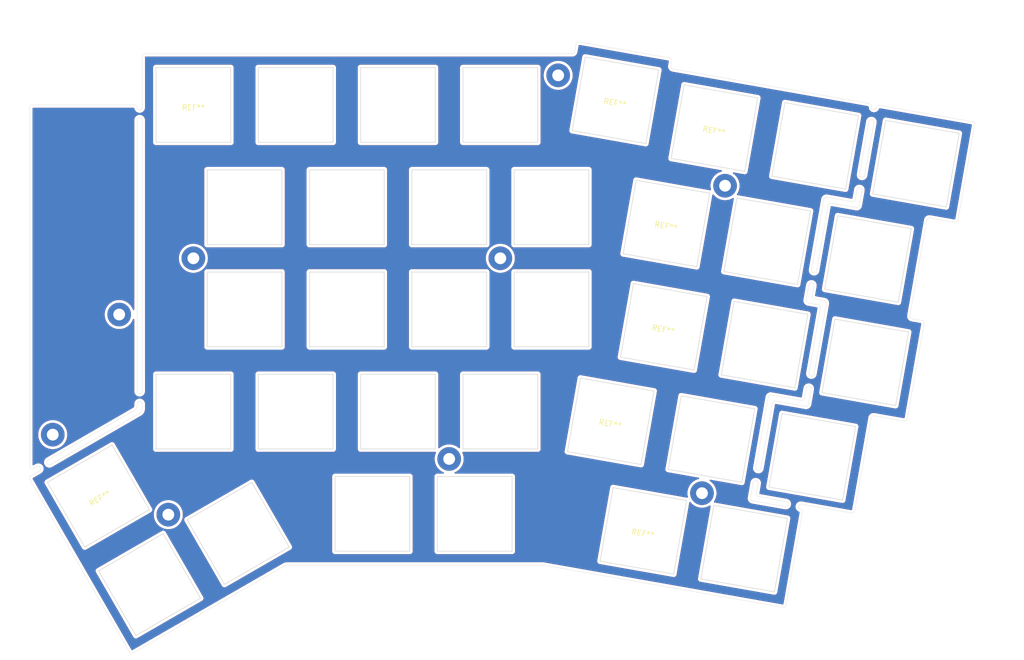
<source format=kicad_pcb>
(kicad_pcb (version 20171130) (host pcbnew "(5.1.2-1)-1")
  (layers (0 F.Cu signal) (31 B.Cu signal) (34 B.Paste user) (35 F.Paste user) (36 B.SilkS user) (37 F.SilkS user) (38 B.Mask user) (39 F.Mask user) (44 Edge.Cuts user))
  (net 0 "")
  (module angelina72:Hole_MXCherry (layer F.Cu) (at 183.028451 128.921076 350)
    (fp_text reference REF** (at 0 0.5 170) (layer F.SilkS))
    (fp_text value Hole_MXCherry)
  )
  (module angelina72:Hole_MXCherry (layer F.Cu) (at 176.956153 108.50649 350)
    (fp_text reference REF** (at 0 0.5 170) (layer F.SilkS))
    (fp_text value Hole_MXCherry)
  )
  (module angelina72:Hole_MXCherry (layer F.Cu) (at 186.830357 90.903701 350)
    (fp_text reference REF** (at 0 0.5 170) (layer F.SilkS))
    (fp_text value Hole_MXCherry)
  )
  (module angelina72:Hole_MXCherry (layer F.Cu) (at 187.324266 71.646915 350)
    (fp_text reference REF** (at 0 0.5 170) (layer F.SilkS))
    (fp_text value Hole_MXCherry)
  )
  (module angelina72:Hole_MXCherry (layer F.Cu) (at 196.260441 53.878727 350)
    (fp_text reference REF** (at 0 0.5 170) (layer F.SilkS))
    (fp_text value Hole_MXCherry)
  )
  (module angelina72:M2_Hole (layer F.Cu) (at 73.06352 110.991481)
    (fp_text reference REF** hide)
    (fp_text value M2_Hole hide)
    (pad "" thru_hole circle (at 0 0) (size 4.4 4.4) (drill 2.2) (layers *.Cu *.Mask))
  )
  (module angelina72:M2_Hole (layer F.Cu) (at 85.433519 88.60773)
    (fp_text reference REF** hide)
    (fp_text value M2_Hole hide)
    (pad "" thru_hole circle (at 0 0) (size 4.4 4.4) (drill 2.2) (layers *.Cu *.Mask))
  )
  (module angelina72:M2_Hole (layer F.Cu) (at 198.236978 64.608701)
    (fp_text reference REF** hide)
    (fp_text value M2_Hole hide)
    (pad "" thru_hole circle (at 0 0) (size 4.4 4.4) (drill 2.2) (layers *.Cu *.Mask))
  )
  (module angelina72:M2_Hole (layer F.Cu) (at 94.579553 125.898671)
    (fp_text reference REF** hide)
    (fp_text value M2_Hole hide)
    (pad "" thru_hole circle (at 0 0) (size 4.4 4.4) (drill 2.2) (layers *.Cu *.Mask))
  )
  (module angelina72:M2_Hole (layer F.Cu) (at 156.39477 78.130227)
    (fp_text reference REF** hide)
    (fp_text value M2_Hole hide)
    (pad "" thru_hole circle (at 0 0) (size 4.4 4.4) (drill 2.2) (layers *.Cu *.Mask))
  )
  (module angelina72:M2_Hole (layer F.Cu) (at 146.869772 115.515854)
    (fp_text reference REF** hide)
    (fp_text value M2_Hole hide)
    (pad "" thru_hole circle (at 0 0) (size 4.4 4.4) (drill 2.2) (layers *.Cu *.Mask))
  )
  (module angelina72:M2_Hole (layer F.Cu) (at 193.938404 121.898499)
    (fp_text reference REF** hide)
    (fp_text value M2_Hole hide)
    (pad "" thru_hole circle (at 0 0) (size 4.4 4.4) (drill 2.2) (layers *.Cu *.Mask))
  )
  (module angelina72:M2_Hole (layer F.Cu) (at 167.164368 44.043427)
    (fp_text reference REF** hide)
    (fp_text value M2_Hole hide)
    (pad "" thru_hole circle (at 0 0) (size 4.4 4.4) (drill 2.2) (layers *.Cu *.Mask))
  )
  (module angelina72:M2_Hole (layer F.Cu) (at 99.244771 78.13023)
    (fp_text reference REF** hide)
    (fp_text value M2_Hole hide)
    (pad "" thru_hole circle (at 0 0) (size 4.4 4.4) (drill 2.2) (layers *.Cu *.Mask))
  )
  (module angelina72:Hole_MXCherry (layer F.Cu) (at 177.830655 48.694669 350)
    (fp_text reference REF** (at 0 0.5 170) (layer F.SilkS))
    (fp_text value Hole_MXCherry)
  )
  (module angelina72:Hole_MXCherry (layer F.Cu) (at 81.558056 122.423697 30)
    (fp_text reference REF** (at 0 0.5 30) (layer F.SilkS))
    (fp_text value Hole_MXCherry)
  )
  (module angelina72:Hole_MXCherry (layer F.Cu) (at 99.24477 49.555232)
    (fp_text reference REF** (at 0 0.5) (layer F.SilkS))
    (fp_text value Hole_MXCherry)
  )
  (gr_arc (start 69.241016 50.03148) (end 69.241018 49.555227) (angle -90.00012031) (layer Edge.Cuts) (width 0.05))
  (gr_line (start 88.291016 49.555225) (end 69.241018 49.555227) (layer Edge.Cuts) (width 0.05))
  (gr_line (start 69.957761 117.022755) (end 69.481513 117.29703) (layer Edge.Cuts) (width 0.05))
  (gr_line (start 88.76727 105.276481) (end 88.76727 105.613031) (layer Edge.Cuts) (width 0.05))
  (gr_line (start 70.608887 117.74668) (end 68.959111 118.699181) (layer Edge.Cuts) (width 0.05))
  (gr_line (start 69.957761 117.022755) (end 70.132638 116.921789) (layer Edge.Cuts) (width 0.05))
  (gr_arc (start 72.432986 116.14361) (end 72.19486 115.731164) (angle -180) (layer Edge.Cuts) (width 0.05))
  (gr_arc (start 70.370763 117.334235) (end 70.608887 117.74668) (angle -180) (layer Edge.Cuts) (width 0.05))
  (gr_arc (start 87.814771 105.613029) (end 88.76727 105.613031) (angle 60) (layer Edge.Cuts) (width 0.05))
  (gr_line (start 89.71977 52.412727) (end 89.719771 102.89523) (layer Edge.Cuts) (width 0.05))
  (gr_arc (start 89.243519 102.895231) (end 88.767269 102.895231) (angle -180) (layer Edge.Cuts) (width 0.05))
  (gr_line (start 89.719769 105.276481) (end 89.71977 106.161672) (layer Edge.Cuts) (width 0.05))
  (gr_arc (start 89.243519 105.276482) (end 89.719769 105.276481) (angle -180) (layer Edge.Cuts) (width 0.05))
  (gr_arc (start 89.24352 52.412729) (end 89.71977 52.412727) (angle -180) (layer Edge.Cuts) (width 0.05))
  (gr_arc (start 89.243517 50.031482) (end 88.767271 50.031479) (angle -180) (layer Edge.Cuts) (width 0.05))
  (gr_line (start 88.767269 102.89523) (end 88.767269 52.412729) (layer Edge.Cuts) (width 0.05))
  (gr_arc (start 88.76727 106.161671) (end 89.71977 106.161672) (angle 60) (layer Edge.Cuts) (width 0.05))
  (gr_arc (start 69.243385 116.884587) (end 68.767137 116.884586) (angle -119.9999759) (layer Edge.Cuts) (width 0.05))
  (gr_line (start 193.737769 137.866632) (end 196.15148 124.177808) (layer Edge.Cuts) (width 0.1))
  (gr_line (start 196.15148 124.177808) (end 209.840306 126.591515) (layer Edge.Cuts) (width 0.1))
  (gr_line (start 207.426598 140.280344) (end 193.737769 137.866632) (layer Edge.Cuts) (width 0.1))
  (gr_line (start 174.977179 134.558637) (end 177.390889 120.869811) (layer Edge.Cuts) (width 0.1))
  (gr_line (start 188.666007 136.972347) (end 174.977179 134.558637) (layer Edge.Cuts) (width 0.1))
  (gr_line (start 177.390889 120.869811) (end 191.079718 123.283516) (layer Edge.Cuts) (width 0.1))
  (gr_line (start 191.079718 123.283516) (end 188.666007 136.972347) (layer Edge.Cuts) (width 0.1))
  (gr_line (start 209.840306 126.591515) (end 207.426598 140.280344) (layer Edge.Cuts) (width 0.1))
  (gr_line (start 168.904884 114.144051) (end 171.318594 100.455222) (layer Edge.Cuts) (width 0.1))
  (gr_line (start 182.593713 116.55776) (end 168.904884 114.144051) (layer Edge.Cuts) (width 0.1))
  (gr_line (start 171.318594 100.455222) (end 185.007423 102.868932) (layer Edge.Cuts) (width 0.1))
  (gr_line (start 185.007423 102.868932) (end 182.593713 116.55776) (layer Edge.Cuts) (width 0.1))
  (gr_line (start 220.11489 123.173754) (end 206.426062 120.760048) (layer Edge.Cuts) (width 0.1))
  (gr_line (start 208.839768 107.071219) (end 222.528598 109.48493) (layer Edge.Cuts) (width 0.1))
  (gr_line (start 206.426062 120.760048) (end 208.839768 107.071219) (layer Edge.Cuts) (width 0.1))
  (gr_line (start 222.528598 109.48493) (end 220.11489 123.173754) (layer Edge.Cuts) (width 0.1))
  (gr_line (start 201.354302 119.865759) (end 187.665471 117.452049) (layer Edge.Cuts) (width 0.1))
  (gr_line (start 190.079184 103.76322) (end 203.768011 106.176929) (layer Edge.Cuts) (width 0.1))
  (gr_line (start 187.665471 117.452049) (end 190.079184 103.76322) (layer Edge.Cuts) (width 0.1))
  (gr_line (start 203.768011 106.176929) (end 201.354302 119.865759) (layer Edge.Cuts) (width 0.1))
  (gr_line (start 178.77909 96.541263) (end 181.192798 82.852436) (layer Edge.Cuts) (width 0.1))
  (gr_line (start 192.467918 98.95497) (end 178.77909 96.541263) (layer Edge.Cuts) (width 0.1))
  (gr_line (start 181.192798 82.852436) (end 194.881626 85.266142) (layer Edge.Cuts) (width 0.1))
  (gr_line (start 194.881626 85.266142) (end 192.467918 98.95497) (layer Edge.Cuts) (width 0.1))
  (gr_line (start 229.989091 105.570967) (end 216.300263 103.157258) (layer Edge.Cuts) (width 0.1))
  (gr_line (start 218.713975 89.468429) (end 232.402802 91.882139) (layer Edge.Cuts) (width 0.1))
  (gr_line (start 216.300263 103.157258) (end 218.713975 89.468429) (layer Edge.Cuts) (width 0.1))
  (gr_line (start 232.402802 91.882139) (end 229.989091 105.570967) (layer Edge.Cuts) (width 0.1))
  (gr_line (start 211.228503 102.26297) (end 197.539676 99.849259) (layer Edge.Cuts) (width 0.1))
  (gr_line (start 199.953386 86.160434) (end 213.642214 88.57414) (layer Edge.Cuts) (width 0.1))
  (gr_line (start 197.539676 99.849259) (end 199.953386 86.160434) (layer Edge.Cuts) (width 0.1))
  (gr_line (start 213.642214 88.57414) (end 211.228503 102.26297) (layer Edge.Cuts) (width 0.1))
  (gr_line (start 179.272997 77.284474) (end 181.686707 63.595646) (layer Edge.Cuts) (width 0.1))
  (gr_line (start 192.961824 79.698185) (end 179.272997 77.284474) (layer Edge.Cuts) (width 0.1))
  (gr_line (start 181.686707 63.595646) (end 195.375537 66.009356) (layer Edge.Cuts) (width 0.1))
  (gr_line (start 195.375537 66.009356) (end 192.961824 79.698185) (layer Edge.Cuts) (width 0.1))
  (gr_line (start 230.483002 86.31418) (end 216.794175 83.900471) (layer Edge.Cuts) (width 0.1))
  (gr_line (start 219.207884 70.211643) (end 232.896711 72.625353) (layer Edge.Cuts) (width 0.1))
  (gr_line (start 216.794175 83.900471) (end 219.207884 70.211643) (layer Edge.Cuts) (width 0.1))
  (gr_line (start 232.896711 72.625353) (end 230.483002 86.31418) (layer Edge.Cuts) (width 0.1))
  (gr_line (start 211.722415 83.006182) (end 198.033587 80.592473) (layer Edge.Cuts) (width 0.1))
  (gr_line (start 200.447296 66.903644) (end 214.136126 69.317355) (layer Edge.Cuts) (width 0.1))
  (gr_line (start 198.033587 80.592473) (end 200.447296 66.903644) (layer Edge.Cuts) (width 0.1))
  (gr_line (start 214.136126 69.317355) (end 211.722415 83.006182) (layer Edge.Cuts) (width 0.1))
  (gr_line (start 228.144058 52.443455) (end 241.832886 54.857163) (layer Edge.Cuts) (width 0.1))
  (gr_line (start 225.730348 66.132282) (end 228.144058 52.443455) (layer Edge.Cuts) (width 0.1))
  (gr_line (start 241.832886 54.857163) (end 239.419177 68.54599) (layer Edge.Cuts) (width 0.1))
  (gr_line (start 239.419177 68.54599) (end 225.730348 66.132282) (layer Edge.Cuts) (width 0.1))
  (gr_line (start 209.383471 49.135457) (end 223.072299 51.549168) (layer Edge.Cuts) (width 0.1))
  (gr_line (start 206.969759 62.824285) (end 209.383471 49.135457) (layer Edge.Cuts) (width 0.1))
  (gr_line (start 223.072299 51.549168) (end 220.658589 65.237993) (layer Edge.Cuts) (width 0.1))
  (gr_line (start 220.658589 65.237993) (end 206.969759 62.824285) (layer Edge.Cuts) (width 0.1))
  (gr_line (start 190.622881 45.827458) (end 204.311711 48.241169) (layer Edge.Cuts) (width 0.1))
  (gr_line (start 188.209175 59.516287) (end 190.622881 45.827458) (layer Edge.Cuts) (width 0.1))
  (gr_line (start 204.311711 48.241169) (end 201.898002 61.929995) (layer Edge.Cuts) (width 0.1))
  (gr_line (start 201.898002 61.929995) (end 188.209175 59.516287) (layer Edge.Cuts) (width 0.1))
  (gr_line (start 172.193096 40.643401) (end 185.881921 43.057112) (layer Edge.Cuts) (width 0.1))
  (gr_line (start 169.779386 54.332228) (end 172.193096 40.643401) (layer Edge.Cuts) (width 0.1))
  (gr_line (start 185.881921 43.057112) (end 183.468214 56.745938) (layer Edge.Cuts) (width 0.1))
  (gr_line (start 183.468214 56.745938) (end 169.779386 54.332228) (layer Edge.Cuts) (width 0.1))
  (gr_line (start 72.19486 115.731164) (end 88.291017 106.437918) (layer Edge.Cuts) (width 0.05))
  (gr_arc (start 69.197232 119.111622) (end 68.959111 118.699181) (angle -90) (layer Edge.Cuts) (width 0.05))
  (gr_line (start 72.67111 116.556053) (end 89.243518 106.986562) (layer Edge.Cuts) (width 0.05))
  (gr_line (start 98.086966 126.852604) (end 110.124719 119.902606) (layer Edge.Cuts) (width 0.1))
  (gr_line (start 105.036964 138.890357) (end 98.086966 126.852604) (layer Edge.Cuts) (width 0.1))
  (gr_line (start 110.124719 119.902606) (end 117.07472 131.940357) (layer Edge.Cuts) (width 0.1))
  (gr_line (start 117.07472 131.940357) (end 105.036964 138.890357) (layer Edge.Cuts) (width 0.1))
  (gr_line (start 81.589182 136.377605) (end 93.626936 129.427606) (layer Edge.Cuts) (width 0.1))
  (gr_line (start 88.539181 148.415356) (end 81.589182 136.377605) (layer Edge.Cuts) (width 0.1))
  (gr_line (start 93.626936 129.427606) (end 100.576934 141.465355) (layer Edge.Cuts) (width 0.1))
  (gr_line (start 100.576934 141.465355) (end 88.539181 148.415356) (layer Edge.Cuts) (width 0.1))
  (gr_line (start 79.014182 131.917574) (end 72.064181 119.879819) (layer Edge.Cuts) (width 0.1))
  (gr_line (start 91.051935 124.967574) (end 79.014182 131.917574) (layer Edge.Cuts) (width 0.1))
  (gr_line (start 84.101934 112.92982) (end 91.051935 124.967574) (layer Edge.Cuts) (width 0.1))
  (gr_line (start 72.064181 119.879819) (end 84.101934 112.92982) (layer Edge.Cuts) (width 0.1))
  (gr_line (start 158.58227 132.705231) (end 144.682268 132.70523) (layer Edge.Cuts) (width 0.1))
  (gr_line (start 139.532267 132.705232) (end 125.632268 132.70523) (layer Edge.Cuts) (width 0.1))
  (gr_line (start 125.632268 132.70523) (end 125.63227 118.80523) (layer Edge.Cuts) (width 0.1))
  (gr_line (start 139.532268 118.80523) (end 139.532267 132.705232) (layer Edge.Cuts) (width 0.1))
  (gr_line (start 144.682268 132.70523) (end 144.682268 118.80523) (layer Edge.Cuts) (width 0.1))
  (gr_line (start 144.682268 118.80523) (end 158.582271 118.805227) (layer Edge.Cuts) (width 0.1))
  (gr_line (start 158.582271 118.805227) (end 158.58227 132.705231) (layer Edge.Cuts) (width 0.1))
  (gr_line (start 125.63227 118.80523) (end 139.532268 118.80523) (layer Edge.Cuts) (width 0.1))
  (gr_line (start 163.344769 113.655231) (end 149.444768 113.65523) (layer Edge.Cuts) (width 0.1))
  (gr_line (start 149.444769 99.755231) (end 163.34477 99.755232) (layer Edge.Cuts) (width 0.1))
  (gr_line (start 149.444768 113.65523) (end 149.444769 99.755231) (layer Edge.Cuts) (width 0.1))
  (gr_line (start 130.39477 99.75523) (end 144.294769 99.755232) (layer Edge.Cuts) (width 0.1))
  (gr_line (start 125.24477 99.75523) (end 125.244768 113.65523) (layer Edge.Cuts) (width 0.1))
  (gr_line (start 111.344768 99.75523) (end 125.24477 99.75523) (layer Edge.Cuts) (width 0.1))
  (gr_line (start 125.244768 113.65523) (end 111.344772 113.655231) (layer Edge.Cuts) (width 0.1))
  (gr_line (start 92.294769 113.655228) (end 92.29477 99.75523) (layer Edge.Cuts) (width 0.1))
  (gr_line (start 106.194769 113.655228) (end 92.294769 113.655228) (layer Edge.Cuts) (width 0.1))
  (gr_line (start 92.29477 99.75523) (end 106.194766 99.75523) (layer Edge.Cuts) (width 0.1))
  (gr_line (start 106.194766 99.75523) (end 106.194769 113.655228) (layer Edge.Cuts) (width 0.1))
  (gr_line (start 111.344772 113.655231) (end 111.344768 99.75523) (layer Edge.Cuts) (width 0.1))
  (gr_line (start 163.34477 99.755232) (end 163.344769 113.655231) (layer Edge.Cuts) (width 0.1))
  (gr_line (start 130.394768 113.65523) (end 130.39477 99.75523) (layer Edge.Cuts) (width 0.1))
  (gr_line (start 144.294768 113.655231) (end 130.394768 113.65523) (layer Edge.Cuts) (width 0.1))
  (gr_line (start 144.294769 99.755232) (end 144.294768 113.655231) (layer Edge.Cuts) (width 0.1))
  (gr_line (start 172.869767 94.60523) (end 158.969768 94.60523) (layer Edge.Cuts) (width 0.1))
  (gr_line (start 158.969769 80.705229) (end 172.869768 80.70523) (layer Edge.Cuts) (width 0.1))
  (gr_line (start 158.969768 94.60523) (end 158.969769 80.705229) (layer Edge.Cuts) (width 0.1))
  (gr_line (start 139.91977 80.705231) (end 153.81977 80.705229) (layer Edge.Cuts) (width 0.1))
  (gr_line (start 134.769768 80.705228) (end 134.76977 94.60523) (layer Edge.Cuts) (width 0.1))
  (gr_line (start 120.869768 80.70523) (end 134.769768 80.705228) (layer Edge.Cuts) (width 0.1))
  (gr_line (start 134.76977 94.60523) (end 120.86977 94.60523) (layer Edge.Cuts) (width 0.1))
  (gr_line (start 101.819767 94.60523) (end 101.819768 80.70523) (layer Edge.Cuts) (width 0.1))
  (gr_line (start 115.71977 94.60523) (end 101.819767 94.60523) (layer Edge.Cuts) (width 0.1))
  (gr_line (start 101.819768 80.70523) (end 115.719769 80.705231) (layer Edge.Cuts) (width 0.1))
  (gr_line (start 115.719769 80.705231) (end 115.71977 94.60523) (layer Edge.Cuts) (width 0.1))
  (gr_line (start 120.86977 94.60523) (end 120.869768 80.70523) (layer Edge.Cuts) (width 0.1))
  (gr_line (start 172.869768 80.70523) (end 172.869767 94.60523) (layer Edge.Cuts) (width 0.1))
  (gr_line (start 139.919768 94.60523) (end 139.91977 80.705231) (layer Edge.Cuts) (width 0.1))
  (gr_line (start 153.819768 94.60523) (end 139.919768 94.60523) (layer Edge.Cuts) (width 0.1))
  (gr_line (start 153.81977 80.705229) (end 153.819768 94.60523) (layer Edge.Cuts) (width 0.1))
  (gr_line (start 172.869769 75.555228) (end 158.96977 75.555228) (layer Edge.Cuts) (width 0.1))
  (gr_line (start 158.96977 61.65523) (end 172.86977 61.65523) (layer Edge.Cuts) (width 0.1))
  (gr_line (start 158.96977 75.555228) (end 158.96977 61.65523) (layer Edge.Cuts) (width 0.1))
  (gr_line (start 139.919768 61.65523) (end 153.81977 61.65523) (layer Edge.Cuts) (width 0.1))
  (gr_line (start 134.769767 61.655229) (end 134.769771 75.555231) (layer Edge.Cuts) (width 0.1))
  (gr_line (start 120.869768 61.65523) (end 134.769767 61.655229) (layer Edge.Cuts) (width 0.1))
  (gr_line (start 134.769771 75.555231) (end 120.869769 75.555228) (layer Edge.Cuts) (width 0.1))
  (gr_line (start 101.81977 75.55523) (end 101.81977 61.655231) (layer Edge.Cuts) (width 0.1))
  (gr_line (start 115.719769 75.555228) (end 101.81977 75.55523) (layer Edge.Cuts) (width 0.1))
  (gr_line (start 101.81977 61.655231) (end 115.71977 61.655229) (layer Edge.Cuts) (width 0.1))
  (gr_line (start 115.71977 61.655229) (end 115.719769 75.555228) (layer Edge.Cuts) (width 0.1))
  (gr_line (start 120.869769 75.555228) (end 120.869768 61.65523) (layer Edge.Cuts) (width 0.1))
  (gr_line (start 172.86977 61.65523) (end 172.869769 75.555228) (layer Edge.Cuts) (width 0.1))
  (gr_line (start 139.919769 75.555231) (end 139.919768 61.65523) (layer Edge.Cuts) (width 0.1))
  (gr_line (start 153.819768 75.55523) (end 139.919769 75.555231) (layer Edge.Cuts) (width 0.1))
  (gr_line (start 153.81977 61.65523) (end 153.819768 75.55523) (layer Edge.Cuts) (width 0.1))
  (gr_line (start 149.444769 56.505229) (end 149.444769 42.605229) (layer Edge.Cuts) (width 0.1))
  (gr_line (start 163.34477 56.50523) (end 149.444769 56.505229) (layer Edge.Cuts) (width 0.1))
  (gr_line (start 149.444769 42.605229) (end 163.344767 42.605231) (layer Edge.Cuts) (width 0.1))
  (gr_line (start 163.344767 42.605231) (end 163.34477 56.50523) (layer Edge.Cuts) (width 0.1))
  (gr_line (start 130.39477 56.505228) (end 130.394768 42.60523) (layer Edge.Cuts) (width 0.1))
  (gr_line (start 144.29477 56.50523) (end 130.39477 56.505228) (layer Edge.Cuts) (width 0.1))
  (gr_line (start 130.394768 42.60523) (end 144.294767 42.605228) (layer Edge.Cuts) (width 0.1))
  (gr_line (start 144.294767 42.605228) (end 144.29477 56.50523) (layer Edge.Cuts) (width 0.1))
  (gr_line (start 111.344768 56.50523) (end 111.34477 42.605228) (layer Edge.Cuts) (width 0.1))
  (gr_line (start 125.244768 56.505229) (end 111.344768 56.50523) (layer Edge.Cuts) (width 0.1))
  (gr_line (start 111.34477 42.605228) (end 125.24477 42.60523) (layer Edge.Cuts) (width 0.1))
  (gr_line (start 125.24477 42.60523) (end 125.244768 56.505229) (layer Edge.Cuts) (width 0.1))
  (gr_line (start 92.29477 56.505231) (end 92.294766 42.60523) (layer Edge.Cuts) (width 0.1))
  (gr_line (start 106.19477 56.505229) (end 92.29477 56.505231) (layer Edge.Cuts) (width 0.1))
  (gr_line (start 106.19477 42.605229) (end 106.19477 56.505229) (layer Edge.Cuts) (width 0.1))
  (gr_line (start 92.294766 42.60523) (end 106.19477 42.605229) (layer Edge.Cuts) (width 0.1))
  (gr_line (start 89.719771 50.031479) (end 89.719766 40.506479) (layer Edge.Cuts) (width 0.05))
  (gr_arc (start 90.196024 40.506475) (end 89.719766 40.506479) (angle 90.00012031) (layer Edge.Cuts) (width 0.05))
  (gr_arc (start 88.29102 50.031481) (end 88.291016 49.555225) (angle 90.00012031) (layer Edge.Cuts) (width 0.05))
  (gr_line (start 213.344428 102.349213) (end 213.013623 104.225264) (layer Edge.Cuts) (width 0.05))
  (gr_arc (start 225.47642 52.743533) (end 225.945436 52.826229) (angle -180) (layer Edge.Cuts) (width 0.05))
  (gr_arc (start 225.972624 49.929448) (end 225.503612 49.846746) (angle -179.9997594) (layer Edge.Cuts) (width 0.05))
  (gr_arc (start 222.74733 68.221018) (end 222.664628 68.690031) (angle -90) (layer Edge.Cuts) (width 0.05))
  (gr_arc (start 221.974692 67.11759) (end 221.891994 67.586602) (angle -90) (layer Edge.Cuts) (width 0.05))
  (gr_line (start 203.360338 123.317796) (end 209.457527 124.392897) (layer Edge.Cuts) (width 0.05))
  (gr_arc (start 209.129022 142.71165) (end 209.056323 143.182435) (angle -88.77763999) (layer Edge.Cuts) (width 0.05))
  (gr_arc (start 203.443036 122.848787) (end 202.974021 122.766083) (angle -90) (layer Edge.Cuts) (width 0.05))
  (gr_line (start 209.622924 123.454866) (end 204.463767 122.545171) (layer Edge.Cuts) (width 0.05))
  (gr_arc (start 204.546467 122.076155) (end 204.077452 121.993453) (angle -90) (layer Edge.Cuts) (width 0.05))
  (gr_line (start 214.776365 83.257818) (end 214.445563 85.133878) (layer Edge.Cuts) (width 0.05))
  (gr_line (start 213.342133 85.906506) (end 213.838331 83.092416) (layer Edge.Cuts) (width 0.05))
  (gr_arc (start 164.229846 136.236878) (end 164.395241 135.298844) (angle -10) (layer Edge.Cuts) (width 0.05))
  (gr_arc (start 169.770411 39.553984) (end 170.239422 39.636685) (angle 80) (layer Edge.Cuts) (width 0.05))
  (gr_line (start 214.282455 102.514606) (end 213.786252 105.328691) (layer Edge.Cuts) (width 0.05))
  (gr_line (start 224.208736 62.675545) (end 225.945436 52.826229) (layer Edge.Cuts) (width 0.05))
  (gr_arc (start 223.243523 65.40693) (end 223.712542 65.489633) (angle -180) (layer Edge.Cuts) (width 0.05))
  (gr_line (start 204.408252 120.117391) (end 204.077452 121.993453) (layer Edge.Cuts) (width 0.05))
  (gr_line (start 203.470222 119.951993) (end 202.974021 122.766083) (layer Edge.Cuts) (width 0.05))
  (gr_arc (start 203.939232 120.034689) (end 204.408252 120.117391) (angle -180) (layer Edge.Cuts) (width 0.05))
  (gr_line (start 206.282019 104.005499) (end 203.966422 117.137908) (layer Edge.Cuts) (width 0.05))
  (gr_arc (start 204.435434 117.220609) (end 203.966422 117.137908) (angle -180) (layer Edge.Cuts) (width 0.05))
  (gr_line (start 204.904452 117.303303) (end 207.054647 105.108928) (layer Edge.Cuts) (width 0.05))
  (gr_arc (start 206.751033 104.088196) (end 206.833736 103.619183) (angle -90) (layer Edge.Cuts) (width 0.05))
  (gr_arc (start 207.523666 105.191628) (end 207.606366 104.722609) (angle -90) (layer Edge.Cuts) (width 0.05))
  (gr_arc (start 213.317244 105.245997) (end 213.234539 105.715012) (angle -90) (layer Edge.Cuts) (width 0.05))
  (gr_arc (start 212.544606 104.142566) (end 212.461914 104.611581) (angle -90) (layer Edge.Cuts) (width 0.05))
  (gr_arc (start 213.813442 102.431908) (end 214.282455 102.514606) (angle -180) (layer Edge.Cuts) (width 0.05))
  (gr_line (start 215.990825 87.340736) (end 213.84063 99.535113) (layer Edge.Cuts) (width 0.05))
  (gr_arc (start 214.30964 99.617814) (end 213.84063 99.535113) (angle -180) (layer Edge.Cuts) (width 0.05))
  (gr_line (start 214.778648 99.700517) (end 217.094252 86.568108) (layer Edge.Cuts) (width 0.05))
  (gr_arc (start 216.625236 86.485408) (end 217.094252 86.568108) (angle -90) (layer Edge.Cuts) (width 0.05))
  (gr_arc (start 215.521807 87.258037) (end 215.990825 87.340736) (angle -90) (layer Edge.Cuts) (width 0.05))
  (gr_arc (start 213.811144 85.989209) (end 213.342133 85.906506) (angle -90) (layer Edge.Cuts) (width 0.05))
  (gr_arc (start 214.914577 85.216575) (end 214.445563 85.133878) (angle -90) (layer Edge.Cuts) (width 0.05))
  (gr_arc (start 217.119146 67.22862) (end 217.201848 66.759607) (angle -90) (layer Edge.Cuts) (width 0.05))
  (gr_arc (start 217.891773 68.332052) (end 217.974475 67.863035) (angle -90) (layer Edge.Cuts) (width 0.05))
  (gr_line (start 215.272566 80.443733) (end 217.422758 68.249348) (layer Edge.Cuts) (width 0.05))
  (gr_arc (start 214.307349 83.175117) (end 214.776365 83.257818) (angle -180) (layer Edge.Cuts) (width 0.05))
  (gr_line (start 216.650139 67.145922) (end 214.33453 80.278326) (layer Edge.Cuts) (width 0.05))
  (gr_arc (start 214.803551 80.361026) (end 214.33453 80.278326) (angle -180) (layer Edge.Cuts) (width 0.05))
  (gr_line (start 223.712542 65.489633) (end 223.216338 68.303717) (layer Edge.Cuts) (width 0.05))
  (gr_line (start 222.774504 65.324224) (end 222.443713 67.20029) (layer Edge.Cuts) (width 0.05))
  (gr_arc (start 223.739725 62.592843) (end 223.270704 62.510138) (angle -180) (layer Edge.Cuts) (width 0.05))
  (gr_arc (start 212.354313 124.42009) (end 212.437014 123.951075) (angle -180) (layer Edge.Cuts) (width 0.05))
  (gr_arc (start 212.188916 125.358109) (end 212.657928 125.440812) (angle -90.00060153) (layer Edge.Cuts) (width 0.05))
  (gr_arc (start 170.95969 38.294794) (end 171.042388 37.825784) (angle -90) (layer Edge.Cuts) (width 0.05))
  (gr_arc (start 187.844218 41.272) (end 188.31323 41.354692) (angle -90) (layer Edge.Cuts) (width 0.05))
  (gr_arc (start 188.616851 42.375424) (end 188.14783 42.292722) (angle -90) (layer Edge.Cuts) (width 0.05))
  (gr_arc (start 225.034591 49.764046) (end 225.503601 49.846748) (angle -90) (layer Edge.Cuts) (width 0.05))
  (gr_arc (start 226.910651 50.094848) (end 226.993355 49.625834) (angle -90) (layer Edge.Cuts) (width 0.05))
  (gr_arc (start 244.264195 53.154741) (end 244.73321 53.237441) (angle -90) (layer Edge.Cuts) (width 0.05))
  (gr_arc (start 241.121595 70.9773) (end 241.038897 71.446315) (angle -90) (layer Edge.Cuts) (width 0.05))
  (gr_arc (start 236.266048 71.088333) (end 236.348747 70.61932) (angle -90) (layer Edge.Cuts) (width 0.05))
  (gr_line (start 170.490672 38.212096) (end 170.239422 39.636685) (layer Edge.Cuts) (width 0.05))
  (gr_line (start 187.926919 40.802978) (end 171.042388 37.825784) (layer Edge.Cuts) (width 0.05))
  (gr_line (start 188.14783 42.292722) (end 188.31323 41.354692) (layer Edge.Cuts) (width 0.05))
  (gr_line (start 225.117293 49.295032) (end 188.53415 42.844438) (layer Edge.Cuts) (width 0.05))
  (gr_line (start 244.346897 52.685729) (end 226.993355 49.625834) (layer Edge.Cuts) (width 0.05))
  (gr_line (start 241.590611 71.059999) (end 244.73321 53.237441) (layer Edge.Cuts) (width 0.05))
  (gr_line (start 236.348747 70.61932) (end 241.038897 71.446315) (layer Edge.Cuts) (width 0.05))
  (gr_line (start 232.654437 88.828189) (end 235.797033 71.005632) (layer Edge.Cuts) (width 0.05))
  (gr_arc (start 87.767251 151.271344) (end 87.354805 151.509466) (angle -90) (layer Edge.Cuts) (width 0.05))
  (gr_arc (start 233.123453 88.910891) (end 232.654437 88.828189) (angle -90) (layer Edge.Cuts) (width 0.05))
  (gr_arc (start 234.83411 90.179718) (end 235.303129 90.262419) (angle -90) (layer Edge.Cuts) (width 0.05))
  (gr_arc (start 231.691514 108.002282) (end 231.608812 108.471292) (angle -90) (layer Edge.Cuts) (width 0.05))
  (gr_arc (start 225.897935 107.947909) (end 225.980634 107.478896) (angle -90) (layer Edge.Cuts) (width 0.05))
  (gr_line (start 234.916812 89.710706) (end 233.040751 89.379903) (layer Edge.Cuts) (width 0.05))
  (gr_line (start 232.160528 108.084979) (end 235.303129 90.262419) (layer Edge.Cuts) (width 0.05))
  (gr_line (start 225.980634 107.478896) (end 231.608812 108.471292) (layer Edge.Cuts) (width 0.05))
  (gr_line (start 222.369028 125.218749) (end 225.428923 107.865205) (layer Edge.Cuts) (width 0.05))
  (gr_arc (start 221.900007 125.136053) (end 221.817313 125.605069) (angle -90) (layer Edge.Cuts) (width 0.05))
  (gr_line (start 212.437014 123.951075) (end 221.817313 125.605069) (layer Edge.Cuts) (width 0.05))
  (gr_arc (start 209.540224 123.923885) (end 209.457527 124.392897) (angle -180) (layer Edge.Cuts) (width 0.05))
  (gr_line (start 209.598147 142.794376) (end 212.657928 125.440812) (layer Edge.Cuts) (width 0.05))
  (gr_line (start 164.395241 135.298844) (end 209.056323 143.182435) (layer Edge.Cuts) (width 0.05))
  (gr_arc (start 116.703677 136.236582) (end 116.703681 135.284082) (angle -30) (layer Edge.Cuts) (width 0.05))
  (gr_line (start 116.703681 135.284082) (end 164.229844 135.284371) (layer Edge.Cuts) (width 0.05))
  (gr_line (start 88.005371 151.68379) (end 116.227429 135.411692) (layer Edge.Cuts) (width 0.05))
  (gr_line (start 68.78479 119.34975) (end 87.354805 151.509466) (layer Edge.Cuts) (width 0.05))
  (gr_line (start 90.196022 40.030221) (end 169.77041 40.03023) (layer Edge.Cuts) (width 0.05))
  (gr_line (start 68.767137 116.884586) (end 68.764761 50.03148) (layer Edge.Cuts) (width 0.05))
  (gr_line (start 217.974475 67.863035) (end 222.664628 68.690031) (layer Edge.Cuts) (width 0.05))
  (gr_line (start 216.707941 86.016391) (end 214.831876 85.685596) (layer Edge.Cuts) (width 0.05))
  (gr_line (start 207.606366 104.722609) (end 213.234539 105.715012) (layer Edge.Cuts) (width 0.05))
  (gr_line (start 212.461914 104.611581) (end 206.833736 103.619183) (layer Edge.Cuts) (width 0.05))
  (gr_line (start 213.728452 86.458221) (end 215.604509 86.789021) (layer Edge.Cuts) (width 0.05))
  (gr_line (start 221.891994 67.586602) (end 217.201848 66.759607) (layer Edge.Cuts) (width 0.05))
  (gr_line (start 225.007408 52.660836) (end 223.270704 62.510138) (layer Edge.Cuts) (width 0.05))
  (zone (net 0) (net_name "") (layer F.Cu) (connect_pads (clearance 0.508)) (min_thickness 0.254) (fill yes (arc_segments 32) (thermal_gap 0.508) (thermal_bridge_width 0.508))
    (polygon (pts (xy 65.92446 33.601618) (xy 246.899461 33.601618) (xy 246.89946 152.664119) (xy 65.92446 152.664119)))
  )
  (zone (net 0) (net_name "") (layer B.Cu) (connect_pads (clearance 0.508)) (min_thickness 0.254) (fill yes (arc_segments 32) (thermal_gap 0.508) (thermal_bridge_width 0.508))
    (polygon (pts (xy 65.92446 33.601618) (xy 246.899461 33.601618) (xy 246.89946 152.664119) (xy 65.92446 152.664119)))
  )
)
</source>
